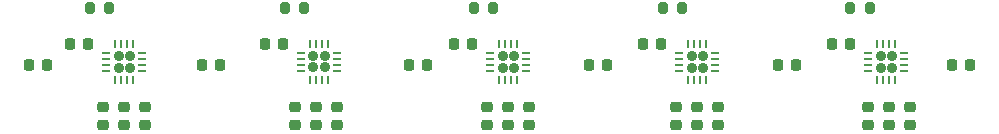
<source format=gbr>
%TF.GenerationSoftware,KiCad,Pcbnew,8.0.1*%
%TF.CreationDate,2024-05-04T10:24:18+02:00*%
%TF.ProjectId,Marconi_2955_Step_Attenuator,4d617263-6f6e-4695-9f32-3935355f5374,rev?*%
%TF.SameCoordinates,Original*%
%TF.FileFunction,Paste,Top*%
%TF.FilePolarity,Positive*%
%FSLAX46Y46*%
G04 Gerber Fmt 4.6, Leading zero omitted, Abs format (unit mm)*
G04 Created by KiCad (PCBNEW 8.0.1) date 2024-05-04 10:24:18*
%MOMM*%
%LPD*%
G01*
G04 APERTURE LIST*
G04 Aperture macros list*
%AMRoundRect*
0 Rectangle with rounded corners*
0 $1 Rounding radius*
0 $2 $3 $4 $5 $6 $7 $8 $9 X,Y pos of 4 corners*
0 Add a 4 corners polygon primitive as box body*
4,1,4,$2,$3,$4,$5,$6,$7,$8,$9,$2,$3,0*
0 Add four circle primitives for the rounded corners*
1,1,$1+$1,$2,$3*
1,1,$1+$1,$4,$5*
1,1,$1+$1,$6,$7*
1,1,$1+$1,$8,$9*
0 Add four rect primitives between the rounded corners*
20,1,$1+$1,$2,$3,$4,$5,0*
20,1,$1+$1,$4,$5,$6,$7,0*
20,1,$1+$1,$6,$7,$8,$9,0*
20,1,$1+$1,$8,$9,$2,$3,0*%
G04 Aperture macros list end*
%ADD10RoundRect,0.200000X-0.200000X-0.275000X0.200000X-0.275000X0.200000X0.275000X-0.200000X0.275000X0*%
%ADD11RoundRect,0.225000X0.225000X0.250000X-0.225000X0.250000X-0.225000X-0.250000X0.225000X-0.250000X0*%
%ADD12RoundRect,0.225000X-0.250000X0.225000X-0.250000X-0.225000X0.250000X-0.225000X0.250000X0.225000X0*%
%ADD13RoundRect,0.192500X-0.192500X-0.192500X0.192500X-0.192500X0.192500X0.192500X-0.192500X0.192500X0*%
%ADD14RoundRect,0.062500X-0.275000X-0.062500X0.275000X-0.062500X0.275000X0.062500X-0.275000X0.062500X0*%
%ADD15RoundRect,0.062500X-0.062500X-0.275000X0.062500X-0.275000X0.062500X0.275000X-0.062500X0.275000X0*%
%ADD16RoundRect,0.225000X-0.225000X-0.250000X0.225000X-0.250000X0.225000X0.250000X-0.225000X0.250000X0*%
G04 APERTURE END LIST*
D10*
%TO.C,R3*%
X154316000Y-36576000D03*
X155966000Y-36576000D03*
%TD*%
%TO.C,R5*%
X186192000Y-36576000D03*
X187842000Y-36576000D03*
%TD*%
D11*
%TO.C,C23*%
X138186000Y-39624000D03*
X136636000Y-39624000D03*
%TD*%
D12*
%TO.C,C12*%
X142758000Y-44945000D03*
X142758000Y-46495000D03*
%TD*%
%TO.C,C15*%
X159014000Y-44945000D03*
X159014000Y-46495000D03*
%TD*%
D13*
%TO.C,U2*%
X140747000Y-40640000D03*
X140747000Y-41590000D03*
X141697000Y-40640000D03*
X141697000Y-41590000D03*
D14*
X139709500Y-40365000D03*
X139709500Y-40865000D03*
X139709500Y-41365000D03*
X139709500Y-41865000D03*
D15*
X140472000Y-42627500D03*
X140972000Y-42627500D03*
X141472000Y-42627500D03*
X141972000Y-42627500D03*
D14*
X142734500Y-41865000D03*
X142734500Y-41365000D03*
X142734500Y-40865000D03*
X142734500Y-40365000D03*
D15*
X141972000Y-39602500D03*
X141472000Y-39602500D03*
X140972000Y-39602500D03*
X140472000Y-39602500D03*
%TD*%
D12*
%TO.C,C21*%
X191272000Y-44958000D03*
X191272000Y-46508000D03*
%TD*%
%TO.C,C14*%
X157236000Y-44945000D03*
X157236000Y-46495000D03*
%TD*%
D10*
%TO.C,R1*%
X121804000Y-36576000D03*
X123454000Y-36576000D03*
%TD*%
D11*
%TO.C,C24*%
X154188000Y-39624000D03*
X152638000Y-39624000D03*
%TD*%
D16*
%TO.C,C4*%
X164068000Y-41402000D03*
X165618000Y-41402000D03*
%TD*%
%TO.C,C2*%
X131315000Y-41402000D03*
X132865000Y-41402000D03*
%TD*%
D12*
%TO.C,C19*%
X187716000Y-44945000D03*
X187716000Y-46495000D03*
%TD*%
%TO.C,C11*%
X140980000Y-44958000D03*
X140980000Y-46508000D03*
%TD*%
D16*
%TO.C,C3*%
X148828000Y-41402000D03*
X150378000Y-41402000D03*
%TD*%
%TO.C,C5*%
X180070000Y-41402000D03*
X181620000Y-41402000D03*
%TD*%
D12*
%TO.C,C20*%
X189494000Y-44958000D03*
X189494000Y-46508000D03*
%TD*%
D13*
%TO.C,U4*%
X172775000Y-40661500D03*
X172775000Y-41611500D03*
X173725000Y-40661500D03*
X173725000Y-41611500D03*
D14*
X171737500Y-40386500D03*
X171737500Y-40886500D03*
X171737500Y-41386500D03*
X171737500Y-41886500D03*
D15*
X172500000Y-42649000D03*
X173000000Y-42649000D03*
X173500000Y-42649000D03*
X174000000Y-42649000D03*
D14*
X174762500Y-41886500D03*
X174762500Y-41386500D03*
X174762500Y-40886500D03*
X174762500Y-40386500D03*
D15*
X174000000Y-39624000D03*
X173500000Y-39624000D03*
X173000000Y-39624000D03*
X172500000Y-39624000D03*
%TD*%
D13*
%TO.C,U3*%
X156757000Y-40661500D03*
X156757000Y-41611500D03*
X157707000Y-40661500D03*
X157707000Y-41611500D03*
D14*
X155719500Y-40386500D03*
X155719500Y-40886500D03*
X155719500Y-41386500D03*
X155719500Y-41886500D03*
D15*
X156482000Y-42649000D03*
X156982000Y-42649000D03*
X157482000Y-42649000D03*
X157982000Y-42649000D03*
D14*
X158744500Y-41886500D03*
X158744500Y-41386500D03*
X158744500Y-40886500D03*
X158744500Y-40386500D03*
D15*
X157982000Y-39624000D03*
X157482000Y-39624000D03*
X156982000Y-39624000D03*
X156482000Y-39624000D03*
%TD*%
D10*
%TO.C,R2*%
X138314000Y-36576000D03*
X139964000Y-36576000D03*
%TD*%
D12*
%TO.C,C9*%
X126502000Y-44958000D03*
X126502000Y-46508000D03*
%TD*%
D11*
%TO.C,C25*%
X170203000Y-39624000D03*
X168653000Y-39624000D03*
%TD*%
D12*
%TO.C,C17*%
X173238000Y-44958000D03*
X173238000Y-46508000D03*
%TD*%
%TO.C,C8*%
X124724000Y-44958000D03*
X124724000Y-46508000D03*
%TD*%
%TO.C,C7*%
X122946000Y-44958000D03*
X122946000Y-46508000D03*
%TD*%
D13*
%TO.C,U1*%
X124260500Y-40661500D03*
X124260500Y-41611500D03*
X125210500Y-40661500D03*
X125210500Y-41611500D03*
D14*
X123223000Y-40386500D03*
X123223000Y-40886500D03*
X123223000Y-41386500D03*
X123223000Y-41886500D03*
D15*
X123985500Y-42649000D03*
X124485500Y-42649000D03*
X124985500Y-42649000D03*
X125485500Y-42649000D03*
D14*
X126248000Y-41886500D03*
X126248000Y-41386500D03*
X126248000Y-40886500D03*
X126248000Y-40386500D03*
D15*
X125485500Y-39624000D03*
X124985500Y-39624000D03*
X124485500Y-39624000D03*
X123985500Y-39624000D03*
%TD*%
D12*
%TO.C,C13*%
X155458000Y-44945000D03*
X155458000Y-46495000D03*
%TD*%
D16*
%TO.C,C1*%
X116674000Y-41402000D03*
X118224000Y-41402000D03*
%TD*%
D12*
%TO.C,C18*%
X175016000Y-44945000D03*
X175016000Y-46495000D03*
%TD*%
D13*
%TO.C,U5*%
X188777000Y-40661500D03*
X188777000Y-41611500D03*
X189727000Y-40661500D03*
X189727000Y-41611500D03*
D14*
X187739500Y-40386500D03*
X187739500Y-40886500D03*
X187739500Y-41386500D03*
X187739500Y-41886500D03*
D15*
X188502000Y-42649000D03*
X189002000Y-42649000D03*
X189502000Y-42649000D03*
X190002000Y-42649000D03*
D14*
X190764500Y-41886500D03*
X190764500Y-41386500D03*
X190764500Y-40886500D03*
X190764500Y-40386500D03*
D15*
X190002000Y-39624000D03*
X189502000Y-39624000D03*
X189002000Y-39624000D03*
X188502000Y-39624000D03*
%TD*%
D11*
%TO.C,C26*%
X186205000Y-39624000D03*
X184655000Y-39624000D03*
%TD*%
D12*
%TO.C,C10*%
X139202000Y-44958000D03*
X139202000Y-46508000D03*
%TD*%
D11*
%TO.C,C22*%
X121676000Y-39624000D03*
X120126000Y-39624000D03*
%TD*%
D12*
%TO.C,C16*%
X171460000Y-44945000D03*
X171460000Y-46495000D03*
%TD*%
D16*
%TO.C,C6*%
X194802000Y-41402000D03*
X196352000Y-41402000D03*
%TD*%
D10*
%TO.C,R4*%
X170318000Y-36576000D03*
X171968000Y-36576000D03*
%TD*%
M02*

</source>
